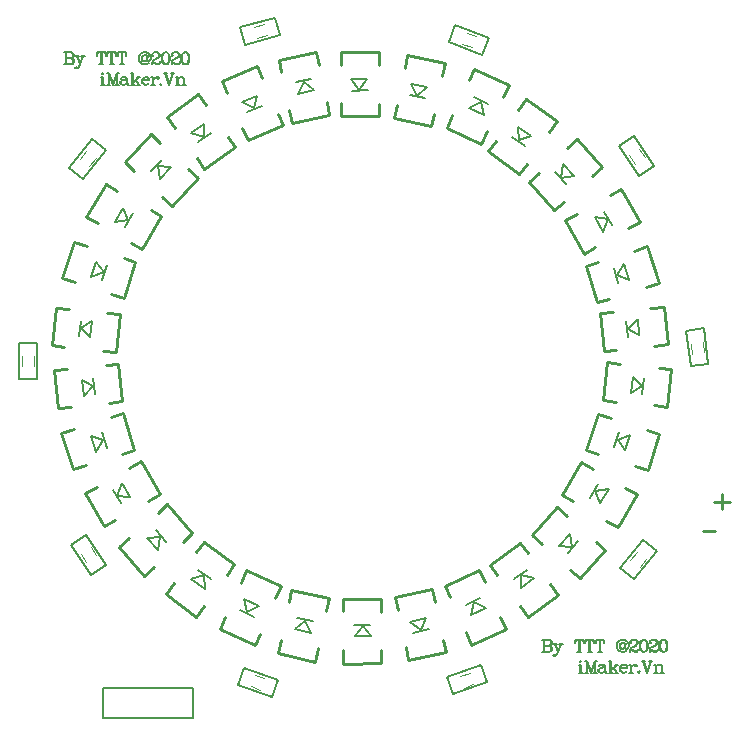
<source format=gto>
G04*
G04 #@! TF.GenerationSoftware,Altium Limited,Altium Designer,18.1.6 (161)*
G04*
G04 Layer_Color=65535*
%FSTAX25Y25*%
%MOIN*%
G70*
G01*
G75*
%ADD10C,0.00500*%
%ADD11C,0.00400*%
%ADD12C,0.00800*%
%ADD13C,0.01000*%
%ADD14C,0.00787*%
%ADD15C,0.00700*%
D10*
X0154363Y0019217D02*
X0156353Y0013557D01*
X0154363Y0019217D02*
X0165683Y0023199D01*
X0167674Y0017539D01*
X0156353Y0013557D02*
X0167674Y0017539D01*
X0235461Y0122878D02*
X0241411Y0123653D01*
X0233912Y0134777D02*
X0235461Y0122878D01*
X0233912Y0134777D02*
X0239861Y0135552D01*
X0241411Y0123653D01*
X0218359Y0186489D02*
X0223335Y0189842D01*
X0211654Y0196441D02*
X0218359Y0186489D01*
X0211654Y0196441D02*
X021663Y0199794D01*
X0223335Y0189842D01*
X0011462Y0130566D02*
X0017462Y0130624D01*
X0017579Y0118625D01*
X001158Y0118566D02*
X0017579Y0118625D01*
X0011462Y0130566D02*
X001158Y0118566D01*
X0096908Y02391D02*
X0098473Y0233307D01*
X0086889Y0230177D02*
X0098473Y0233307D01*
X0085324Y023597D02*
X0086889Y0230177D01*
X0085324Y023597D02*
X0096908Y02391D01*
X0029081Y0063386D02*
X0034076Y0066709D01*
X0040723Y0056719D01*
X0035728Y0053395D02*
X0040723Y0056719D01*
X0029081Y0063386D02*
X0035728Y0053395D01*
X0084647Y0016726D02*
X0086694Y0022366D01*
X0097974Y0018272D01*
X0095927Y0012632D02*
X0097974Y0018272D01*
X0084647Y0016726D02*
X0095927Y0012632D01*
X0166Y0226833D02*
X0168139Y0232438D01*
X0154788Y0231112D02*
X0166Y0226833D01*
X0154788Y0231112D02*
X0156928Y0236717D01*
X0168139Y0232438D01*
X0212025Y005578D02*
X0216726Y0052051D01*
X0212025Y005578D02*
X0219483Y0065181D01*
X0224183Y0061452D01*
X0216726Y0052051D02*
X0224183Y0061452D01*
X0035773Y0198565D02*
X0040496Y0194863D01*
X0033093Y0185419D02*
X0040496Y0194863D01*
X0028371Y018912D02*
X0033093Y0185419D01*
X0028371Y018912D02*
X0035773Y0198565D01*
D11*
X0159889Y0015861D02*
X0163097Y0016989D01*
X0158562Y0019634D02*
X0161769Y0020762D01*
X0239451Y0130961D02*
X023989Y0127589D01*
X0235484Y0130444D02*
X0235924Y0127073D01*
X0218315Y0195503D02*
X0220215Y0192683D01*
X0214998Y0193268D02*
X0216898Y0190448D01*
X0012502Y0126476D02*
X0012536Y0123076D01*
X0016502Y0126515D02*
X0016535Y0123115D01*
X0089929Y0236178D02*
X0093211Y0237065D01*
X0090972Y0232317D02*
X0094254Y0233203D01*
X0032184Y0060526D02*
X0034068Y0057696D01*
X0035515Y0062742D02*
X0037398Y0059911D01*
X0088842Y0016267D02*
X0092038Y0015107D01*
X0090207Y0020027D02*
X0093403Y0018867D01*
X0160776Y0234178D02*
X0163952Y0232966D01*
X0159349Y0230441D02*
X0162526Y0229229D01*
X021849Y0055884D02*
X0220603Y0058548D01*
X0215357Y005837D02*
X021747Y0061034D01*
X0031934Y0192045D02*
X0034031Y0194721D01*
X0035082Y0189577D02*
X0037179Y0192253D01*
D12*
X0104378Y0039D02*
X0109558Y0037877D01*
X0103671Y0035265D02*
X0106953Y0038135D01*
X0109045Y0034099D01*
X0103671Y0035265D02*
X0109045Y0034099D01*
X0039188Y0100902D02*
X0040808Y0095856D01*
X0035601Y0099646D02*
X0039728Y009824D01*
X0037282Y0094409D02*
X0039728Y009824D01*
X0035601Y0099646D02*
X0037282Y0094409D01*
X0042827Y0081844D02*
X0045447Y0077238D01*
X0044373Y0079733D02*
X0048701Y0079203D01*
X0044373Y0079733D02*
X0045981Y0083984D01*
X0048701Y0079203D01*
X0057143Y0068253D02*
X0060668Y0064295D01*
X0054372Y0065651D02*
X0058715Y0066037D01*
X005803Y0061543D02*
X0058715Y0066037D01*
X0054372Y0065651D02*
X005803Y0061543D01*
X0039365Y0151729D02*
X0041026Y0156762D01*
X0037387Y0157858D02*
X0039895Y0154292D01*
X0035663Y0152635D02*
X0039895Y0154292D01*
X0035663Y0152635D02*
X0037387Y0157858D01*
X0031583Y0132884D02*
X0032113Y0138157D01*
X0032152Y013554D02*
X0035374Y0132603D01*
X0032152Y013554D02*
X0035924Y0138075D01*
X0035374Y0132603D02*
X0035924Y0138075D01*
X0036404Y0119032D02*
X0036969Y0113762D01*
X0032636Y0118527D02*
X0036393Y0116315D01*
X0033222Y0113059D02*
X0036393Y0116315D01*
X0032636Y0118527D02*
X0033222Y0113059D01*
X007124Y0197725D02*
X007555Y0200811D01*
X007318Y0199483D02*
X0073256Y0203842D01*
X0068784Y020064D02*
X007318Y0199483D01*
X0068784Y020064D02*
X0073256Y0203842D01*
X0055751Y0187972D02*
X0059368Y0191846D01*
X0057813Y0189741D02*
X0058597Y0185452D01*
X0057813Y0189741D02*
X006235Y0189472D01*
X0058597Y0185452D02*
X006235Y0189472D01*
X004699Y0169307D02*
X0049677Y0173874D01*
X0046351Y0175715D02*
X0048049Y01717D01*
X0043562Y0170975D02*
X0048049Y01717D01*
X0043562Y0170975D02*
X0046351Y0175715D01*
X0122479Y0214854D02*
X0127779Y0214897D01*
X0125077Y0215175D02*
X0127648Y0218696D01*
X0122148Y0218651D02*
X0125077Y0215175D01*
X0122148Y0218651D02*
X0127648Y0218696D01*
X0103795Y0217531D02*
X0108979Y0218634D01*
X0104684Y0213835D02*
X0106498Y0217799D01*
X0110063Y0214979D01*
X0104684Y0213835D02*
X0110063Y0214979D01*
X008761Y0207567D02*
X0092473Y0209675D01*
X0089876Y0208876D02*
X009087Y0213122D01*
X0085823Y0210934D02*
X0089876Y0208876D01*
X0085823Y0210934D02*
X009087Y0213122D01*
X0175971Y0199521D02*
X0180259Y0196407D01*
X0178251Y0198236D02*
X0182412Y019954D01*
X0177962Y0202772D02*
X0178251Y0198236D01*
X0177962Y0202772D02*
X0182412Y019954D01*
X0163164Y0212548D02*
X0167973Y021032D01*
X0161657Y0209059D02*
X0165488Y0211141D01*
X0166648Y0206746D01*
X0161657Y0209059D02*
X0166648Y0206746D01*
X0141821Y0213414D02*
X0147004Y0212307D01*
X0144426Y0213165D02*
X01477Y0216044D01*
X0142321Y0217193D02*
X0144426Y0213165D01*
X0142321Y0217193D02*
X01477Y0216044D01*
X0209809Y0155631D02*
X0211421Y0150582D01*
X0210886Y0153246D02*
X0215011Y0151833D01*
X0210886Y0153246D02*
X0213338Y0157073D01*
X0215011Y0151833D01*
X0206735Y0174515D02*
X0209336Y0169897D01*
X0203473Y0172563D02*
X0207798Y0172015D01*
X0206172Y0167771D02*
X0207798Y0172015D01*
X0203473Y0172563D02*
X0206172Y0167771D01*
X0190342Y0187565D02*
X0193886Y0183624D01*
X0192304Y0185833D02*
X0196645Y0186239D01*
X0192304Y0185833D02*
X0192967Y0190329D01*
X0196645Y0186239D01*
X0071212Y0055074D02*
X0075501Y0051961D01*
X0069061Y005194D02*
X0073221Y0053245D01*
X0073512Y0048709D01*
X0069061Y005194D02*
X0073512Y0048709D01*
X0085222Y0041673D02*
X009006Y0039508D01*
X0087718Y0040885D02*
X0091521Y0043017D01*
X0086501Y0045264D02*
X0087718Y0040885D01*
X0086501Y0045264D02*
X0091521Y0043017D01*
X0210065Y009598D02*
X02117Y0101021D01*
X0211183Y0098455D02*
X021371Y0094902D01*
X0211183Y0098455D02*
X0215407Y0100134D01*
X021371Y0094902D02*
X0215407Y0100134D01*
X0219396Y0113821D02*
X0219931Y0119094D01*
X021614Y0119378D02*
X021936Y0116438D01*
X0215585Y0113906D02*
X021936Y0116438D01*
X0215585Y0113906D02*
X021614Y0119378D01*
X0214075Y0138022D02*
X0214631Y0132751D01*
X0214646Y0135468D02*
X02184Y0133249D01*
X0214646Y0135468D02*
X0217823Y0138719D01*
X02184Y0133249D01*
X0176655Y0052012D02*
X0180937Y0055135D01*
X0178974Y0049001D02*
X0179013Y005336D01*
X0183418Y0052241D01*
X0178974Y0049001D02*
X0183418Y0052241D01*
X0194465Y0060601D02*
X0198013Y0064538D01*
X0195123Y0067008D02*
X0195983Y0062733D01*
X0191441Y0062922D02*
X0195983Y0062733D01*
X0191441Y0062922D02*
X0195123Y0067008D01*
X0202084Y0079091D02*
X0204731Y0083683D01*
X0203692Y008128D02*
X0205426Y007728D01*
X0203692Y008128D02*
X0208173Y0082044D01*
X0205426Y007728D02*
X0208173Y0082044D01*
X0123413Y0036766D02*
X0128713Y0036773D01*
X0123518Y0032966D02*
X0126113Y003647D01*
X0129018Y0032973D01*
X0123518Y0032966D02*
X0129018Y0032973D01*
X0143022Y0034161D02*
X0148203Y0035281D01*
X01455Y0035003D02*
X0147302Y0038974D01*
X0141926Y0037811D02*
X01455Y0035003D01*
X0141926Y0037811D02*
X0147302Y0038974D01*
X0160579Y0043509D02*
X0165403Y0045703D01*
X0162244Y0040091D02*
X0163161Y0044354D01*
X016725Y0042369D01*
X0162244Y0040091D02*
X016725Y0042369D01*
D13*
X0113868Y0041239D02*
X0114801Y0045539D01*
X0101521Y0044225D02*
X010239Y0048231D01*
X0114801Y0045539D01*
X0097832Y002722D02*
X0110244Y0024528D01*
X0111198Y0028926D01*
X0097832Y002722D02*
X0098786Y0031618D01*
X0045877Y0093807D02*
X0050066Y0095152D01*
X0042281Y0105991D02*
X0046185Y0107244D01*
X0050066Y0095152D01*
X0025714Y0100673D02*
X0029595Y0088581D01*
X003388Y0089956D01*
X0025714Y0100673D02*
X0029998Y0102049D01*
X0033621Y0080634D02*
X0037445Y008281D01*
X00399Y0069595D02*
X0043464Y0071623D01*
X0033621Y0080634D02*
X00399Y0069595D01*
X0052309Y0091265D02*
X0058588Y0080226D01*
X0048397Y008904D02*
X0052309Y0091265D01*
X0054677Y0078001D02*
X0058588Y0080226D01*
X0066132Y0064474D02*
X0069418Y00674D01*
X005791Y0074158D02*
X0060972Y0076885D01*
X0069418Y00674D01*
X0044916Y0062586D02*
X0053362Y0053102D01*
X0056723Y0056094D01*
X0044916Y0062586D02*
X0048276Y0065579D01*
X0042257Y0147089D02*
X0046435Y0145709D01*
X0046522Y0159055D02*
X0050415Y015777D01*
X0046435Y0145709D02*
X0050415Y015777D01*
X0026018Y0152448D02*
X0029999Y0164508D01*
X0026018Y0152448D02*
X0030291Y0151038D01*
X0029999Y0164508D02*
X0034272Y0163098D01*
X0023907Y01425D02*
X0028285Y014206D01*
X0022636Y0129864D02*
X0026715Y0129454D01*
X0022636Y0129864D02*
X0023907Y01425D01*
X0044028Y0127712D02*
X0045299Y0140349D01*
X0040821Y0140799D02*
X0045299Y0140349D01*
X003955Y0128163D02*
X0044028Y0127712D01*
X0041518Y0110729D02*
X0045893Y0111198D01*
X0040463Y0123389D02*
X0044539Y0123826D01*
X0045893Y0111198D01*
X0023162Y0121535D02*
X0024515Y0108907D01*
X0028989Y0109387D01*
X0023162Y0121535D02*
X0027636Y0122014D01*
X007084Y0192273D02*
X0073401Y0188695D01*
X008134Y0199422D02*
X0083727Y0196089D01*
X0073401Y0188695D02*
X0083727Y0196089D01*
X0060885Y0206176D02*
X0071211Y021357D01*
X0060885Y0206176D02*
X0063504Y0202517D01*
X0071211Y021357D02*
X007383Y0209911D01*
X005547Y0200273D02*
X0058686Y019727D01*
X0046803Y019099D02*
X00498Y0188192D01*
X0046803Y019099D02*
X005547Y0200273D01*
X0062518Y0176318D02*
X0071185Y0185601D01*
X0067896Y0188672D02*
X0071185Y0185601D01*
X0059229Y0179389D02*
X0062518Y0176318D01*
X0048835Y016416D02*
X0052627Y0161929D01*
X0055533Y0174954D02*
X0059067Y0172875D01*
X0052627Y0161929D02*
X0059067Y0172875D01*
X0034096Y0172831D02*
X0040536Y0183777D01*
X0034096Y0172831D02*
X0037975Y0170549D01*
X0040536Y0183777D02*
X0044415Y0181495D01*
X0119014Y0210625D02*
X011905Y0206225D01*
X0131716Y0210429D02*
X013175Y0206329D01*
X011905Y0206225D02*
X013175Y0206329D01*
X0118874Y0227724D02*
X0131573Y0227829D01*
X0118874Y0227724D02*
X011891Y0223224D01*
X0131573Y0227829D02*
X013161Y0223329D01*
X0110613Y0227774D02*
X0111528Y022347D01*
X0098191Y0225131D02*
X0099044Y0221121D01*
X0098191Y0225131D02*
X0110613Y0227774D01*
X0102665Y0204101D02*
X0115087Y0206745D01*
X011415Y0211146D02*
X0115087Y0206745D01*
X0101728Y0208503D02*
X0102665Y0204101D01*
X0086069Y0202321D02*
X0087819Y0198284D01*
X0097841Y0207098D02*
X0099472Y0203336D01*
X0087819Y0198284D02*
X0099472Y0203336D01*
X0079268Y021801D02*
X009092Y0223062D01*
X0079268Y021801D02*
X0081058Y0213881D01*
X009092Y0223062D02*
X009271Y0218933D01*
X0168085Y019462D02*
X0170671Y019818D01*
X0178361Y0187157D02*
X018077Y0190474D01*
X0168085Y019462D02*
X0178361Y0187157D01*
X018072Y0212016D02*
X0190996Y0204552D01*
X0178076Y0208375D02*
X018072Y0212016D01*
X0188351Y0200911D02*
X0190996Y0204552D01*
X0172915Y0212659D02*
X0174765Y0216651D01*
X0161518Y0218271D02*
X0163242Y0221991D01*
X0174765Y0216651D01*
X0154202Y0202484D02*
X0165725Y0197144D01*
X0167617Y0201227D01*
X0154202Y0202484D02*
X0156094Y0206567D01*
X0136602Y0205735D02*
X0137521Y0210038D01*
X0149022Y0203082D02*
X0149878Y0207092D01*
X0136602Y0205735D02*
X0149022Y0203082D01*
X0141093Y0226761D02*
X0153513Y0224108D01*
X0140153Y022236D02*
X0141093Y0226761D01*
X0152573Y0219707D02*
X0153513Y0224108D01*
X0200552Y0156349D02*
X0204743Y0157688D01*
X0204415Y0144251D02*
X0208321Y0145498D01*
X0200552Y0156349D02*
X0204415Y0144251D01*
X0221033Y016289D02*
X0224896Y0150791D01*
X0216746Y0161521D02*
X0221033Y016289D01*
X022061Y0149422D02*
X0224896Y0150791D01*
X0214713Y0168909D02*
X0218547Y0171068D01*
X0208741Y0180121D02*
X0212314Y0182133D01*
X0218547Y0171068D01*
X0193581Y0171582D02*
X0199814Y0160516D01*
X0203735Y0162725D01*
X0193581Y0171582D02*
X0197502Y017379D01*
X0181607Y0184419D02*
X0184879Y018736D01*
X0190097Y0174974D02*
X0193147Y0177715D01*
X0181607Y0184419D02*
X0190097Y0174974D01*
X0197595Y0198793D02*
X0206086Y0189348D01*
X0194249Y0195784D02*
X0197595Y0198793D01*
X020274Y018634D02*
X0206086Y0189348D01*
X0080801Y0053304D02*
X0083385Y0056865D01*
X0070699Y0061007D02*
X0073107Y0064325D01*
X0083385Y0056865D01*
X0060478Y0046925D02*
X0070756Y0039465D01*
X0073399Y0043107D01*
X0060478Y0046925D02*
X0063121Y0050567D01*
X0078515Y0035253D02*
X0080312Y0039269D01*
X0090107Y0030065D02*
X0091781Y0033807D01*
X0078515Y0035253D02*
X0090107Y0030065D01*
X0087297Y0054877D02*
X0098889Y0049689D01*
X0085459Y005077D02*
X0087297Y0054877D01*
X0097051Y0045582D02*
X0098889Y0049689D01*
X0204599Y0107004D02*
X0208785Y0105646D01*
X0200681Y0094923D02*
X0204581Y0093658D01*
X0200681Y0094923D02*
X0204599Y0107004D01*
X0221132Y008829D02*
X022505Y010037D01*
X022077Y0101759D02*
X022505Y010037D01*
X0216852Y0089678D02*
X0221132Y008829D01*
X0223222Y0109915D02*
X0227599Y0109471D01*
X0224801Y012252D02*
X022888Y0122107D01*
X0227599Y0109471D02*
X022888Y0122107D01*
X0206209Y011164D02*
X020749Y0124275D01*
X0206209Y011164D02*
X0210686Y0111186D01*
X020749Y0124275D02*
X0211967Y0123821D01*
X0205155Y0140601D02*
X0209531Y0141062D01*
X0206487Y0127971D02*
X0210565Y0128401D01*
X0205155Y0140601D02*
X0206487Y0127971D01*
X0226537Y0142856D02*
X0227869Y0130226D01*
X0222062Y0142384D02*
X0226537Y0142856D01*
X0223394Y0129754D02*
X0227869Y0130226D01*
X0178697Y0064146D02*
X018129Y0060591D01*
X0168436Y0056663D02*
X0170852Y005335D01*
X0168436Y0056663D02*
X0178697Y0064146D01*
X0181104Y0039291D02*
X0191366Y0046774D01*
X0188714Y005041D02*
X0191366Y0046774D01*
X0178453Y0042927D02*
X0181104Y0039291D01*
X0195241Y0055189D02*
X019851Y0052244D01*
X0203967Y0064422D02*
X0207012Y0061677D01*
X019851Y0052244D02*
X0207012Y0061677D01*
X0182539Y0066637D02*
X0191042Y0076071D01*
X0182539Y0066637D02*
X0185882Y0063625D01*
X0191042Y0076071D02*
X0194384Y0073059D01*
X0199029Y009101D02*
X0202841Y0088812D01*
X0192685Y0080007D02*
X0196238Y007796D01*
X0192685Y0080007D02*
X0199029Y009101D01*
X0211312Y0069269D02*
X0217655Y0080272D01*
X0213756Y0082519D02*
X0217655Y0080272D01*
X0207413Y0071517D02*
X0211312Y0069269D01*
X0132203Y0045377D02*
X0132208Y0040977D01*
X0119503Y0045362D02*
X0119508Y0041262D01*
X0119503Y0045362D02*
X0132203Y0045377D01*
X0119528Y0023862D02*
X0132228Y0023877D01*
X0132223Y0028377D02*
X0132228Y0023877D01*
X0119523Y0028362D02*
X0119528Y0023862D01*
X0140489Y0029316D02*
X0141419Y0025015D01*
X0152966Y0031707D02*
X0153832Y0027699D01*
X0141419Y0025015D02*
X0153832Y0027699D01*
X0136875Y0046029D02*
X0149288Y0048714D01*
X0136875Y0046029D02*
X0137826Y0041631D01*
X0149288Y0048714D02*
X0150239Y0044315D01*
X0165029Y0054981D02*
X016685Y0050976D01*
X0153468Y0049722D02*
X0155166Y004599D01*
X0153468Y0049722D02*
X0165029Y0054981D01*
X016237Y0030152D02*
X0173931Y003541D01*
X0172067Y0039506D02*
X0173931Y003541D01*
X0160507Y0034248D02*
X016237Y0030152D01*
X0243289Y0077825D02*
X0248537D01*
X0245913Y0080449D02*
Y0075201D01*
X0239589Y0067988D02*
X0243588D01*
D14*
X0039677Y0005612D02*
X0039677Y0015612D01*
X0069677D01*
Y0005612D02*
Y0015612D01*
X0039677Y0005612D02*
X0069677D01*
D15*
X0186548Y0031749D02*
Y002775D01*
X0186738Y0031749D02*
Y002775D01*
X0185977Y0031749D02*
X0188262D01*
X0188833Y0031559D01*
X0189024Y0031369D01*
X0189214Y0030988D01*
Y0030607D01*
X0189024Y0030226D01*
X0188833Y0030036D01*
X0188262Y0029845D01*
Y0031749D02*
X0188643Y0031559D01*
X0188833Y0031369D01*
X0189024Y0030988D01*
Y0030607D01*
X0188833Y0030226D01*
X0188643Y0030036D01*
X0188262Y0029845D01*
X0186738D02*
X0188262D01*
X0188833Y0029655D01*
X0189024Y0029464D01*
X0189214Y0029083D01*
Y0028512D01*
X0189024Y0028131D01*
X0188833Y0027941D01*
X0188262Y002775D01*
X0185977D01*
X0188262Y0029845D02*
X0188643Y0029655D01*
X0188833Y0029464D01*
X0189024Y0029083D01*
Y0028512D01*
X0188833Y0028131D01*
X0188643Y0027941D01*
X0188262Y002775D01*
X0190128Y0030416D02*
X0191271Y002775D01*
X0190319Y0030416D02*
X0191271Y0028131D01*
X0192413Y0030416D02*
X0191271Y002775D01*
X019089Y0026989D01*
X0190509Y0026608D01*
X0190128Y0026417D01*
X0189938D01*
X0189747Y0026608D01*
X0189938Y0026798D01*
X0190128Y0026608D01*
X0189747Y0030416D02*
X019089D01*
X0191652D02*
X0192794D01*
X0198279Y0031749D02*
Y002775D01*
X0198469Y0031749D02*
Y002775D01*
X0197136Y0031749D02*
X0196946Y0030607D01*
Y0031749D01*
X0199802D01*
Y0030607D01*
X0199612Y0031749D01*
X0197707Y002775D02*
X019904D01*
X0201707Y0031749D02*
Y002775D01*
X0201897Y0031749D02*
Y002775D01*
X0200564Y0031749D02*
X0200374Y0030607D01*
Y0031749D01*
X020323D01*
Y0030607D01*
X020304Y0031749D01*
X0201135Y002775D02*
X0202468D01*
X0205135Y0031749D02*
Y002775D01*
X0205325Y0031749D02*
Y002775D01*
X0203992Y0031749D02*
X0203801Y0030607D01*
Y0031749D01*
X0206658D01*
Y0030607D01*
X0206468Y0031749D01*
X0204563Y002775D02*
X0205896D01*
X0213685Y0030226D02*
X0213495Y0030607D01*
X0213114Y0030797D01*
X0212542D01*
X0212161Y0030607D01*
X0211971Y0030416D01*
X0211781Y0029845D01*
Y0029274D01*
X0211971Y0028893D01*
X0212352Y0028703D01*
X0212923D01*
X0213304Y0028893D01*
X0213495Y0029274D01*
X0212542Y0030797D02*
X0212161Y0030416D01*
X0211971Y0029845D01*
Y0029274D01*
X0212161Y0028893D01*
X0212352Y0028703D01*
X0213685Y0030797D02*
X0213495Y0029274D01*
Y0028893D01*
X0213876Y0028703D01*
X0214256D01*
X0214637Y0029083D01*
X0214828Y0029655D01*
Y0030036D01*
X0214637Y0030607D01*
X0214447Y0030988D01*
X0214066Y0031369D01*
X0213685Y0031559D01*
X0213114Y0031749D01*
X0212542D01*
X0211971Y0031559D01*
X021159Y0031369D01*
X0211209Y0030988D01*
X0211019Y0030607D01*
X0210828Y0030036D01*
Y0029464D01*
X0211019Y0028893D01*
X0211209Y0028512D01*
X021159Y0028131D01*
X0211971Y0027941D01*
X0212542Y002775D01*
X0213114D01*
X0213685Y0027941D01*
X0214066Y0028131D01*
X0214256Y0028322D01*
X0213876Y0030797D02*
X0213685Y0029274D01*
Y0028893D01*
X0213876Y0028703D01*
X0215475Y0030988D02*
X0215666Y0030797D01*
X0215475Y0030607D01*
X0215285Y0030797D01*
Y0030988D01*
X0215475Y0031369D01*
X0215666Y0031559D01*
X0216237Y0031749D01*
X0216999D01*
X021757Y0031559D01*
X021776Y0031369D01*
X0217951Y0030988D01*
Y0030607D01*
X021776Y0030226D01*
X0217189Y0029845D01*
X0216237Y0029464D01*
X0215856Y0029274D01*
X0215475Y0028893D01*
X0215285Y0028322D01*
Y002775D01*
X0216999Y0031749D02*
X0217379Y0031559D01*
X021757Y0031369D01*
X021776Y0030988D01*
Y0030607D01*
X021757Y0030226D01*
X0216999Y0029845D01*
X0216237Y0029464D01*
X0215285Y0028131D02*
X0215475Y0028322D01*
X0215856D01*
X0216808Y0027941D01*
X0217379D01*
X021776Y0028131D01*
X0217951Y0028322D01*
Y0028703D01*
X0215856Y0028322D02*
X0216808Y002775D01*
X021757D01*
X021776Y0027941D01*
X0217951Y0028322D01*
X0219684Y0031749D02*
X0219112Y0031559D01*
X0218732Y0030988D01*
X0218541Y0030036D01*
Y0029464D01*
X0218732Y0028512D01*
X0219112Y0027941D01*
X0219684Y002775D01*
X0220065D01*
X0220636Y0027941D01*
X0221017Y0028512D01*
X0221207Y0029464D01*
Y0030036D01*
X0221017Y0030988D01*
X0220636Y0031559D01*
X0220065Y0031749D01*
X0219684D01*
X0219303Y0031559D01*
X0219112Y0031369D01*
X0218922Y0030988D01*
X0218732Y0030036D01*
Y0029464D01*
X0218922Y0028512D01*
X0219112Y0028131D01*
X0219303Y0027941D01*
X0219684Y002775D01*
X0220065D02*
X0220445Y0027941D01*
X0220636Y0028131D01*
X0220826Y0028512D01*
X0221017Y0029464D01*
Y0030036D01*
X0220826Y0030988D01*
X0220636Y0031369D01*
X0220445Y0031559D01*
X0220065Y0031749D01*
X0221988Y0030988D02*
X0222178Y0030797D01*
X0221988Y0030607D01*
X0221798Y0030797D01*
Y0030988D01*
X0221988Y0031369D01*
X0222178Y0031559D01*
X022275Y0031749D01*
X0223512D01*
X0224083Y0031559D01*
X0224273Y0031369D01*
X0224464Y0030988D01*
Y0030607D01*
X0224273Y0030226D01*
X0223702Y0029845D01*
X022275Y0029464D01*
X0222369Y0029274D01*
X0221988Y0028893D01*
X0221798Y0028322D01*
Y002775D01*
X0223512Y0031749D02*
X0223892Y0031559D01*
X0224083Y0031369D01*
X0224273Y0030988D01*
Y0030607D01*
X0224083Y0030226D01*
X0223512Y0029845D01*
X022275Y0029464D01*
X0221798Y0028131D02*
X0221988Y0028322D01*
X0222369D01*
X0223321Y0027941D01*
X0223892D01*
X0224273Y0028131D01*
X0224464Y0028322D01*
Y0028703D01*
X0222369Y0028322D02*
X0223321Y002775D01*
X0224083D01*
X0224273Y0027941D01*
X0224464Y0028322D01*
X0226197Y0031749D02*
X0225625Y0031559D01*
X0225244Y0030988D01*
X0225054Y0030036D01*
Y0029464D01*
X0225244Y0028512D01*
X0225625Y0027941D01*
X0226197Y002775D01*
X0226577D01*
X0227149Y0027941D01*
X022753Y0028512D01*
X022772Y0029464D01*
Y0030036D01*
X022753Y0030988D01*
X0227149Y0031559D01*
X0226577Y0031749D01*
X0226197D01*
X0225816Y0031559D01*
X0225625Y0031369D01*
X0225435Y0030988D01*
X0225244Y0030036D01*
Y0029464D01*
X0225435Y0028512D01*
X0225625Y0028131D01*
X0225816Y0027941D01*
X0226197Y002775D01*
X0226577D02*
X0226958Y0027941D01*
X0227149Y0028131D01*
X0227339Y0028512D01*
X022753Y0029464D01*
Y0030036D01*
X0227339Y0030988D01*
X0227149Y0031369D01*
X0226958Y0031559D01*
X0226577Y0031749D01*
X0198748Y0024841D02*
X0198557Y0024651D01*
X0198748Y002446D01*
X0198938Y0024651D01*
X0198748Y0024841D01*
Y0023508D02*
Y0020842D01*
X0198938Y0023508D02*
Y0020842D01*
X0198177Y0023508D02*
X0198938D01*
X0198177Y0020842D02*
X019951D01*
X0200805Y0024841D02*
Y0020842D01*
X0200995Y0024841D02*
X0202138Y0021413D01*
X0200805Y0024841D02*
X0202138Y0020842D01*
X0203471Y0024841D02*
X0202138Y0020842D01*
X0203471Y0024841D02*
Y0020842D01*
X0203661Y0024841D02*
Y0020842D01*
X0200233Y0024841D02*
X0200995D01*
X0203471D02*
X0204233D01*
X0200233Y0020842D02*
X0201376D01*
X02029D02*
X0204233D01*
X020507Y0023127D02*
Y0022937D01*
X020488D01*
Y0023127D01*
X020507Y0023318D01*
X0205451Y0023508D01*
X0206213D01*
X0206594Y0023318D01*
X0206784Y0023127D01*
X0206975Y0022747D01*
Y0021413D01*
X0207165Y0021033D01*
X0207356Y0020842D01*
X0206784Y0023127D02*
Y0021413D01*
X0206975Y0021033D01*
X0207356Y0020842D01*
X0207546D01*
X0206784Y0022747D02*
X0206594Y0022556D01*
X0205451Y0022366D01*
X020488Y0022175D01*
X020469Y0021794D01*
Y0021413D01*
X020488Y0021033D01*
X0205451Y0020842D01*
X0206023D01*
X0206403Y0021033D01*
X0206784Y0021413D01*
X0205451Y0022366D02*
X020507Y0022175D01*
X020488Y0021794D01*
Y0021413D01*
X020507Y0021033D01*
X0205451Y0020842D01*
X0208689Y0024841D02*
Y0020842D01*
X0208879Y0024841D02*
Y0020842D01*
X0210784Y0023508D02*
X0208879Y0021604D01*
X0209831Y0022366D02*
X0210974Y0020842D01*
X0209641Y0022366D02*
X0210784Y0020842D01*
X0208117Y0024841D02*
X0208879D01*
X0210212Y0023508D02*
X0211355D01*
X0208117Y0020842D02*
X020945D01*
X0210212D02*
X0211355D01*
X0212078Y0022366D02*
X0214364D01*
Y0022747D01*
X0214173Y0023127D01*
X0213983Y0023318D01*
X0213602Y0023508D01*
X0213031D01*
X0212459Y0023318D01*
X0212078Y0022937D01*
X0211888Y0022366D01*
Y0021985D01*
X0212078Y0021413D01*
X0212459Y0021033D01*
X0213031Y0020842D01*
X0213411D01*
X0213983Y0021033D01*
X0214364Y0021413D01*
X0214173Y0022366D02*
Y0022937D01*
X0213983Y0023318D01*
X0213031Y0023508D02*
X021265Y0023318D01*
X0212269Y0022937D01*
X0212078Y0022366D01*
Y0021985D01*
X0212269Y0021413D01*
X021265Y0021033D01*
X0213031Y0020842D01*
X0215544Y0023508D02*
Y0020842D01*
X0215735Y0023508D02*
Y0020842D01*
Y0022366D02*
X0215925Y0022937D01*
X0216306Y0023318D01*
X0216687Y0023508D01*
X0217258D01*
X0217449Y0023318D01*
Y0023127D01*
X0217258Y0022937D01*
X0217068Y0023127D01*
X0217258Y0023318D01*
X0214973Y0023508D02*
X0215735D01*
X0214973Y0020842D02*
X0216306D01*
X0218249Y0021223D02*
X0218058Y0021033D01*
X0218249Y0020842D01*
X0218439Y0021033D01*
X0218249Y0021223D01*
X0219639Y0024841D02*
X0220972Y0020842D01*
X0219829Y0024841D02*
X0220972Y0021413D01*
X0222305Y0024841D02*
X0220972Y0020842D01*
X0219258Y0024841D02*
X0220401D01*
X0221543D02*
X0222686D01*
X0223771Y0023508D02*
Y0020842D01*
X0223962Y0023508D02*
Y0020842D01*
Y0022937D02*
X0224342Y0023318D01*
X0224914Y0023508D01*
X0225295D01*
X0225866Y0023318D01*
X0226056Y0022937D01*
Y0020842D01*
X0225295Y0023508D02*
X0225676Y0023318D01*
X0225866Y0022937D01*
Y0020842D01*
X02232Y0023508D02*
X0223962D01*
X02232Y0020842D02*
X0224533D01*
X0225295D02*
X0226628D01*
X0039403Y0220703D02*
X0039212Y0220513D01*
X0039403Y0220322D01*
X0039593Y0220513D01*
X0039403Y0220703D01*
Y021937D02*
Y0216704D01*
X0039593Y021937D02*
Y0216704D01*
X0038831Y021937D02*
X0039593D01*
X0038831Y0216704D02*
X0040165D01*
X004146Y0220703D02*
Y0216704D01*
X004165Y0220703D02*
X0042792Y0217276D01*
X004146Y0220703D02*
X0042792Y0216704D01*
X0044126Y0220703D02*
X0042792Y0216704D01*
X0044126Y0220703D02*
Y0216704D01*
X0044316Y0220703D02*
Y0216704D01*
X0040888Y0220703D02*
X004165D01*
X0044126D02*
X0044887D01*
X0040888Y0216704D02*
X0042031D01*
X0043554D02*
X0044887D01*
X0045725Y0218989D02*
Y0218799D01*
X0045535D01*
Y0218989D01*
X0045725Y021918D01*
X0046106Y021937D01*
X0046868D01*
X0047249Y021918D01*
X0047439Y0218989D01*
X004763Y0218608D01*
Y0217276D01*
X004782Y0216895D01*
X0048011Y0216704D01*
X0047439Y0218989D02*
Y0217276D01*
X004763Y0216895D01*
X0048011Y0216704D01*
X0048201D01*
X0047439Y0218608D02*
X0047249Y0218418D01*
X0046106Y0218228D01*
X0045535Y0218037D01*
X0045344Y0217656D01*
Y0217276D01*
X0045535Y0216895D01*
X0046106Y0216704D01*
X0046677D01*
X0047058Y0216895D01*
X0047439Y0217276D01*
X0046106Y0218228D02*
X0045725Y0218037D01*
X0045535Y0217656D01*
Y0217276D01*
X0045725Y0216895D01*
X0046106Y0216704D01*
X0049343Y0220703D02*
Y0216704D01*
X0049534Y0220703D02*
Y0216704D01*
X0051438Y021937D02*
X0049534Y0217466D01*
X0050486Y0218228D02*
X0051629Y0216704D01*
X0050296Y0218228D02*
X0051438Y0216704D01*
X0048772Y0220703D02*
X0049534D01*
X0050867Y021937D02*
X005201D01*
X0048772Y0216704D02*
X0050105D01*
X0050867D02*
X005201D01*
X0052733Y0218228D02*
X0055019D01*
Y0218608D01*
X0054828Y0218989D01*
X0054638Y021918D01*
X0054257Y021937D01*
X0053685D01*
X0053114Y021918D01*
X0052733Y0218799D01*
X0052543Y0218228D01*
Y0217847D01*
X0052733Y0217276D01*
X0053114Y0216895D01*
X0053685Y0216704D01*
X0054066D01*
X0054638Y0216895D01*
X0055019Y0217276D01*
X0054828Y0218228D02*
Y0218799D01*
X0054638Y021918D01*
X0053685Y021937D02*
X0053305Y021918D01*
X0052924Y0218799D01*
X0052733Y0218228D01*
Y0217847D01*
X0052924Y0217276D01*
X0053305Y0216895D01*
X0053685Y0216704D01*
X0056199Y021937D02*
Y0216704D01*
X005639Y021937D02*
Y0216704D01*
Y0218228D02*
X005658Y0218799D01*
X0056961Y021918D01*
X0057342Y021937D01*
X0057913D01*
X0058104Y021918D01*
Y0218989D01*
X0057913Y0218799D01*
X0057723Y0218989D01*
X0057913Y021918D01*
X0055628Y021937D02*
X005639D01*
X0055628Y0216704D02*
X0056961D01*
X0058903Y0217085D02*
X0058713Y0216895D01*
X0058903Y0216704D01*
X0059094Y0216895D01*
X0058903Y0217085D01*
X0060294Y0220703D02*
X0061627Y0216704D01*
X0060484Y0220703D02*
X0061627Y0217276D01*
X006296Y0220703D02*
X0061627Y0216704D01*
X0059913Y0220703D02*
X0061055D01*
X0062198D02*
X0063341D01*
X0064426Y021937D02*
Y0216704D01*
X0064616Y021937D02*
Y0216704D01*
Y0218799D02*
X0064997Y021918D01*
X0065569Y021937D01*
X0065949D01*
X0066521Y021918D01*
X0066711Y0218799D01*
Y0216704D01*
X0065949Y021937D02*
X006633Y021918D01*
X0066521Y0218799D01*
Y0216704D01*
X0063855Y021937D02*
X0064616D01*
X0063855Y0216704D02*
X0065188D01*
X0065949D02*
X0067282D01*
X0027203Y0227611D02*
Y0223612D01*
X0027393Y0227611D02*
Y0223612D01*
X0026632Y0227611D02*
X0028917D01*
X0029488Y0227421D01*
X0029678Y0227231D01*
X0029869Y022685D01*
Y0226469D01*
X0029678Y0226088D01*
X0029488Y0225898D01*
X0028917Y0225707D01*
Y0227611D02*
X0029298Y0227421D01*
X0029488Y0227231D01*
X0029678Y022685D01*
Y0226469D01*
X0029488Y0226088D01*
X0029298Y0225898D01*
X0028917Y0225707D01*
X0027393D02*
X0028917D01*
X0029488Y0225517D01*
X0029678Y0225326D01*
X0029869Y0224945D01*
Y0224374D01*
X0029678Y0223993D01*
X0029488Y0223803D01*
X0028917Y0223612D01*
X0026632D01*
X0028917Y0225707D02*
X0029298Y0225517D01*
X0029488Y0225326D01*
X0029678Y0224945D01*
Y0224374D01*
X0029488Y0223993D01*
X0029298Y0223803D01*
X0028917Y0223612D01*
X0030783Y0226278D02*
X0031926Y0223612D01*
X0030973Y0226278D02*
X0031926Y0223993D01*
X0033068Y0226278D02*
X0031926Y0223612D01*
X0031545Y0222851D01*
X0031164Y022247D01*
X0030783Y0222279D01*
X0030593D01*
X0030402Y022247D01*
X0030593Y022266D01*
X0030783Y022247D01*
X0030402Y0226278D02*
X0031545D01*
X0032307D02*
X0033449D01*
X0038934Y0227611D02*
Y0223612D01*
X0039124Y0227611D02*
Y0223612D01*
X0037791Y0227611D02*
X0037601Y0226469D01*
Y0227611D01*
X0040457D01*
Y0226469D01*
X0040267Y0227611D01*
X0038362Y0223612D02*
X0039695D01*
X0042362Y0227611D02*
Y0223612D01*
X0042552Y0227611D02*
Y0223612D01*
X0041219Y0227611D02*
X0041028Y0226469D01*
Y0227611D01*
X0043885D01*
Y0226469D01*
X0043694Y0227611D01*
X004179Y0223612D02*
X0043123D01*
X0045789Y0227611D02*
Y0223612D01*
X004598Y0227611D02*
Y0223612D01*
X0044647Y0227611D02*
X0044456Y0226469D01*
Y0227611D01*
X0047313D01*
Y0226469D01*
X0047122Y0227611D01*
X0045218Y0223612D02*
X0046551D01*
X005434Y0226088D02*
X0054149Y0226469D01*
X0053768Y0226659D01*
X0053197D01*
X0052816Y0226469D01*
X0052626Y0226278D01*
X0052435Y0225707D01*
Y0225136D01*
X0052626Y0224755D01*
X0053007Y0224565D01*
X0053578D01*
X0053959Y0224755D01*
X0054149Y0225136D01*
X0053197Y0226659D02*
X0052816Y0226278D01*
X0052626Y0225707D01*
Y0225136D01*
X0052816Y0224755D01*
X0053007Y0224565D01*
X005434Y0226659D02*
X0054149Y0225136D01*
Y0224755D01*
X005453Y0224565D01*
X0054911D01*
X0055292Y0224945D01*
X0055483Y0225517D01*
Y0225898D01*
X0055292Y0226469D01*
X0055102Y022685D01*
X0054721Y0227231D01*
X005434Y0227421D01*
X0053768Y0227611D01*
X0053197D01*
X0052626Y0227421D01*
X0052245Y0227231D01*
X0051864Y022685D01*
X0051674Y0226469D01*
X0051483Y0225898D01*
Y0225326D01*
X0051674Y0224755D01*
X0051864Y0224374D01*
X0052245Y0223993D01*
X0052626Y0223803D01*
X0053197Y0223612D01*
X0053768D01*
X005434Y0223803D01*
X0054721Y0223993D01*
X0054911Y0224184D01*
X005453Y0226659D02*
X005434Y0225136D01*
Y0224755D01*
X005453Y0224565D01*
X005613Y022685D02*
X005632Y0226659D01*
X005613Y0226469D01*
X005594Y0226659D01*
Y022685D01*
X005613Y0227231D01*
X005632Y0227421D01*
X0056892Y0227611D01*
X0057653D01*
X0058225Y0227421D01*
X0058415Y0227231D01*
X0058606Y022685D01*
Y0226469D01*
X0058415Y0226088D01*
X0057844Y0225707D01*
X0056892Y0225326D01*
X0056511Y0225136D01*
X005613Y0224755D01*
X005594Y0224184D01*
Y0223612D01*
X0057653Y0227611D02*
X0058034Y0227421D01*
X0058225Y0227231D01*
X0058415Y022685D01*
Y0226469D01*
X0058225Y0226088D01*
X0057653Y0225707D01*
X0056892Y0225326D01*
X005594Y0223993D02*
X005613Y0224184D01*
X0056511D01*
X0057463Y0223803D01*
X0058034D01*
X0058415Y0223993D01*
X0058606Y0224184D01*
Y0224565D01*
X0056511Y0224184D02*
X0057463Y0223612D01*
X0058225D01*
X0058415Y0223803D01*
X0058606Y0224184D01*
X0060339Y0227611D02*
X0059767Y0227421D01*
X0059386Y022685D01*
X0059196Y0225898D01*
Y0225326D01*
X0059386Y0224374D01*
X0059767Y0223803D01*
X0060339Y0223612D01*
X0060719D01*
X0061291Y0223803D01*
X0061672Y0224374D01*
X0061862Y0225326D01*
Y0225898D01*
X0061672Y022685D01*
X0061291Y0227421D01*
X0060719Y0227611D01*
X0060339D01*
X0059958Y0227421D01*
X0059767Y0227231D01*
X0059577Y022685D01*
X0059386Y0225898D01*
Y0225326D01*
X0059577Y0224374D01*
X0059767Y0223993D01*
X0059958Y0223803D01*
X0060339Y0223612D01*
X0060719D02*
X00611Y0223803D01*
X0061291Y0223993D01*
X0061481Y0224374D01*
X0061672Y0225326D01*
Y0225898D01*
X0061481Y022685D01*
X0061291Y0227231D01*
X00611Y0227421D01*
X0060719Y0227611D01*
X0062643Y022685D02*
X0062833Y0226659D01*
X0062643Y0226469D01*
X0062452Y0226659D01*
Y022685D01*
X0062643Y0227231D01*
X0062833Y0227421D01*
X0063405Y0227611D01*
X0064166D01*
X0064738Y0227421D01*
X0064928Y0227231D01*
X0065118Y022685D01*
Y0226469D01*
X0064928Y0226088D01*
X0064357Y0225707D01*
X0063405Y0225326D01*
X0063024Y0225136D01*
X0062643Y0224755D01*
X0062452Y0224184D01*
Y0223612D01*
X0064166Y0227611D02*
X0064547Y0227421D01*
X0064738Y0227231D01*
X0064928Y022685D01*
Y0226469D01*
X0064738Y0226088D01*
X0064166Y0225707D01*
X0063405Y0225326D01*
X0062452Y0223993D02*
X0062643Y0224184D01*
X0063024D01*
X0063976Y0223803D01*
X0064547D01*
X0064928Y0223993D01*
X0065118Y0224184D01*
Y0224565D01*
X0063024Y0224184D02*
X0063976Y0223612D01*
X0064738D01*
X0064928Y0223803D01*
X0065118Y0224184D01*
X0066852Y0227611D02*
X006628Y0227421D01*
X0065899Y022685D01*
X0065709Y0225898D01*
Y0225326D01*
X0065899Y0224374D01*
X006628Y0223803D01*
X0066852Y0223612D01*
X0067232D01*
X0067804Y0223803D01*
X0068185Y0224374D01*
X0068375Y0225326D01*
Y0225898D01*
X0068185Y022685D01*
X0067804Y0227421D01*
X0067232Y0227611D01*
X0066852D01*
X0066471Y0227421D01*
X006628Y0227231D01*
X006609Y022685D01*
X0065899Y0225898D01*
Y0225326D01*
X006609Y0224374D01*
X006628Y0223993D01*
X0066471Y0223803D01*
X0066852Y0223612D01*
X0067232D02*
X0067613Y0223803D01*
X0067804Y0223993D01*
X0067994Y0224374D01*
X0068185Y0225326D01*
Y0225898D01*
X0067994Y022685D01*
X0067804Y0227231D01*
X0067613Y0227421D01*
X0067232Y0227611D01*
M02*

</source>
